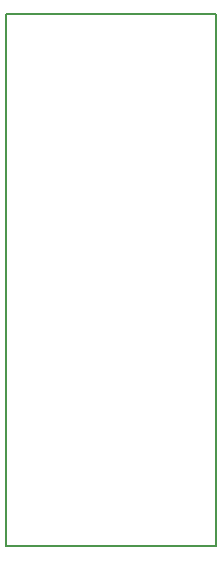
<source format=gbr>
G04*
G04 #@! TF.GenerationSoftware,Altium Limited,Altium Designer,23.1.1 (15)*
G04*
G04 Layer_Color=32896*
%FSLAX25Y25*%
%MOIN*%
G70*
G04*
G04 #@! TF.SameCoordinates,7F6F0EF6-604E-4872-8498-859B9B4CD440*
G04*
G04*
G04 #@! TF.FilePolarity,Positive*
G04*
G01*
G75*
%ADD11C,0.00787*%
D11*
X140651Y181165D02*
X210651D01*
Y3665D02*
Y181165D01*
X140651Y3665D02*
X210651D01*
X140651D02*
Y181165D01*
M02*

</source>
